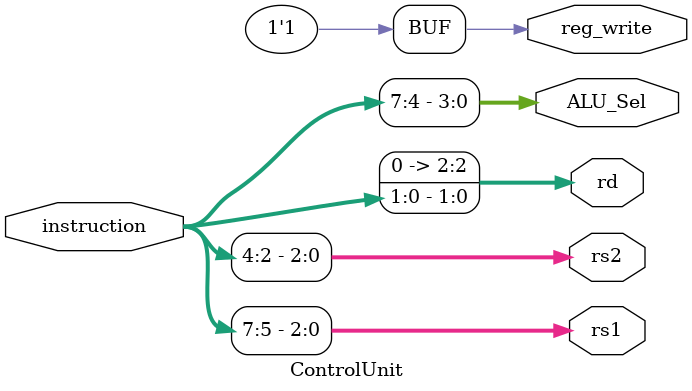
<source format=v>
module ControlUnit(
    input [7:0] instruction,
    output [2:0] rs1, rs2, rd,
    output [3:0] ALU_Sel,
    output reg_write
);
    assign rs1 = instruction[7:5];
    assign rs2 = instruction[4:2];
    assign rd  = instruction[1:0];
    assign ALU_Sel = instruction[7:4]; // Upper 4 bits: opcode
    assign reg_write = 1'b1;           // Always write back for simplicity
endmodule

</source>
